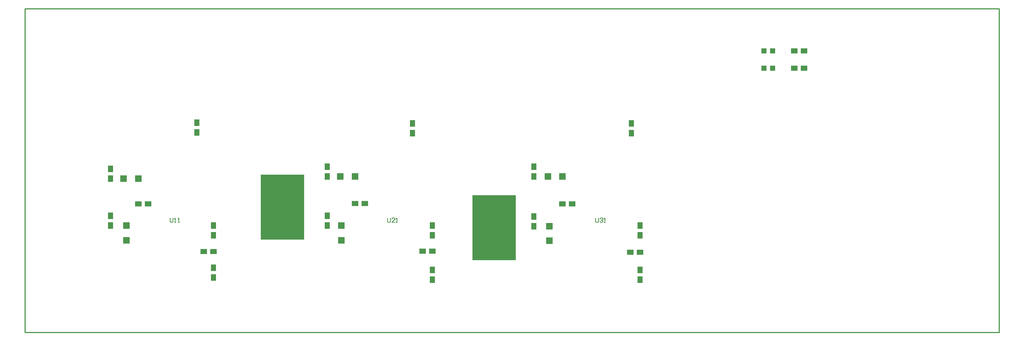
<source format=gtp>
G04*
G04 #@! TF.GenerationSoftware,Altium Limited,Altium Designer,18.0.9 (584)*
G04*
G04 Layer_Color=8421504*
%FSLAX43Y43*%
%MOMM*%
G71*
G01*
G75*
%ADD10C,0.254*%
%ADD16C,0.178*%
%ADD17R,10.160X15.240*%
%ADD18R,1.524X1.524*%
%ADD19R,1.524X1.524*%
%ADD20R,1.524X1.270*%
%ADD21R,1.270X1.524*%
%ADD22R,1.200X1.200*%
D10*
X127Y76073D02*
X127Y127D01*
X228473D01*
X228473Y76073D02*
X228473Y127D01*
X127Y76073D02*
X228473D01*
D16*
X34163Y26924D02*
Y26077D01*
X34332Y25908D01*
X34671D01*
X34840Y26077D01*
Y26924D01*
X35179Y25908D02*
X35517D01*
X35348D01*
Y26924D01*
X35179Y26754D01*
X36025Y25908D02*
X36364D01*
X36194D01*
Y26924D01*
X36025Y26754D01*
X85090Y26924D02*
Y26077D01*
X85259Y25908D01*
X85598D01*
X85767Y26077D01*
Y26924D01*
X86783Y25908D02*
X86106D01*
X86783Y26585D01*
Y26754D01*
X86614Y26924D01*
X86275D01*
X86106Y26754D01*
X87121Y25908D02*
X87460D01*
X87291D01*
Y26924D01*
X87121Y26754D01*
X133858Y26924D02*
Y26077D01*
X134027Y25908D01*
X134366D01*
X134535Y26077D01*
Y26924D01*
X134874Y26754D02*
X135043Y26924D01*
X135382D01*
X135551Y26754D01*
Y26585D01*
X135382Y26416D01*
X135212D01*
X135382D01*
X135551Y26247D01*
Y26077D01*
X135382Y25908D01*
X135043D01*
X134874Y26077D01*
X135889Y25908D02*
X136228D01*
X136059D01*
Y26924D01*
X135889Y26754D01*
D17*
X60452Y29464D02*
D03*
X110109Y24638D02*
D03*
D18*
X123063Y21590D02*
D03*
Y25019D02*
D03*
X74295Y21717D02*
D03*
Y25146D02*
D03*
X23876Y21717D02*
D03*
Y25146D02*
D03*
D19*
X122682Y36703D02*
D03*
X126111D02*
D03*
X74041D02*
D03*
X77470D02*
D03*
X23241Y36195D02*
D03*
X26670D02*
D03*
D20*
X126111Y30226D02*
D03*
X128397D02*
D03*
X144272Y18923D02*
D03*
X141986D02*
D03*
X95631Y19177D02*
D03*
X93345D02*
D03*
X77470Y30353D02*
D03*
X79756D02*
D03*
X26670Y30226D02*
D03*
X28956D02*
D03*
X182753Y66167D02*
D03*
X180467D02*
D03*
X182753Y62103D02*
D03*
X180467D02*
D03*
X44323Y19050D02*
D03*
X42037D02*
D03*
D21*
X144272Y12446D02*
D03*
Y14732D02*
D03*
X95631Y12446D02*
D03*
Y14732D02*
D03*
X70993Y36703D02*
D03*
Y38989D02*
D03*
X20193Y36195D02*
D03*
Y38481D02*
D03*
Y25146D02*
D03*
Y27432D02*
D03*
X44323Y12954D02*
D03*
Y15240D02*
D03*
Y22860D02*
D03*
Y25146D02*
D03*
X40386Y46990D02*
D03*
Y49276D02*
D03*
X95631Y22860D02*
D03*
Y25146D02*
D03*
X70993D02*
D03*
Y27432D02*
D03*
X90932Y46863D02*
D03*
Y49149D02*
D03*
X144272Y22860D02*
D03*
Y25146D02*
D03*
X119380Y25019D02*
D03*
Y27305D02*
D03*
Y36703D02*
D03*
Y38989D02*
D03*
X142240Y46863D02*
D03*
Y49149D02*
D03*
D22*
X175421Y62103D02*
D03*
X173321D02*
D03*
Y66167D02*
D03*
X175421D02*
D03*
M02*

</source>
